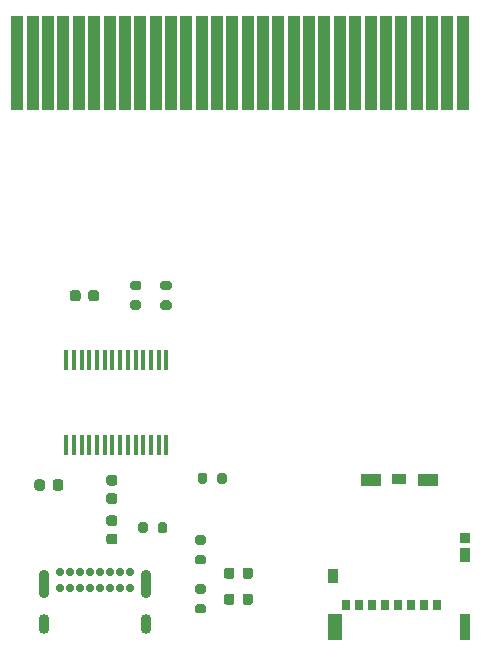
<source format=gbr>
%TF.GenerationSoftware,KiCad,Pcbnew,(5.1.7)-1*%
%TF.CreationDate,2021-01-12T02:59:51-08:00*%
%TF.ProjectId,froggy,66726f67-6779-42e6-9b69-6361645f7063,rev?*%
%TF.SameCoordinates,Original*%
%TF.FileFunction,Soldermask,Top*%
%TF.FilePolarity,Negative*%
%FSLAX46Y46*%
G04 Gerber Fmt 4.6, Leading zero omitted, Abs format (unit mm)*
G04 Created by KiCad (PCBNEW (5.1.7)-1) date 2021-01-12 02:59:51*
%MOMM*%
%LPD*%
G01*
G04 APERTURE LIST*
%ADD10R,0.900000X0.900000*%
%ADD11R,0.950000X1.200000*%
%ADD12R,1.200000X0.880000*%
%ADD13R,1.700000X1.030000*%
%ADD14R,0.880000X1.250000*%
%ADD15R,1.190000X2.300000*%
%ADD16R,0.950000X2.170000*%
%ADD17R,0.700000X0.950000*%
%ADD18R,1.000000X8.000000*%
%ADD19C,0.700000*%
%ADD20O,0.900000X2.400000*%
%ADD21O,0.900000X1.700000*%
%ADD22R,0.450000X1.750000*%
G04 APERTURE END LIST*
D10*
%TO.C,J2*%
X197822000Y-79452000D03*
D11*
X197822000Y-80862000D03*
D12*
X192247000Y-74462000D03*
D13*
X194647000Y-74537000D03*
X189847000Y-74537000D03*
D14*
X186637000Y-82647000D03*
D15*
X186802000Y-86922000D03*
D16*
X197822000Y-86987000D03*
D17*
X187747000Y-85087000D03*
X188847000Y-85087000D03*
X189947000Y-85087000D03*
X191047000Y-85087000D03*
X192147000Y-85087000D03*
X193247000Y-85087000D03*
X194347000Y-85087000D03*
X195447000Y-85087000D03*
%TD*%
D18*
%TO.C,U2*%
X197600000Y-39200000D03*
X196300000Y-39200000D03*
X195000000Y-39200000D03*
X193700000Y-39200000D03*
X192400000Y-39200000D03*
X191100000Y-39200000D03*
X189800000Y-39200000D03*
X188500000Y-39200000D03*
X187200000Y-39200000D03*
X185900000Y-39200000D03*
X184600000Y-39200000D03*
X183300000Y-39200000D03*
X182000000Y-39200000D03*
X180700000Y-39200000D03*
X179400000Y-39200000D03*
X178100000Y-39200000D03*
X176800000Y-39200000D03*
X175500000Y-39200000D03*
X174200000Y-39200000D03*
X172900000Y-39200000D03*
X171600000Y-39200000D03*
X170300000Y-39200000D03*
X169000000Y-39200000D03*
X167700000Y-39200000D03*
X166400000Y-39200000D03*
X165100000Y-39200000D03*
X163800000Y-39200000D03*
X162500000Y-39200000D03*
X161200000Y-39200000D03*
X159900000Y-39200000D03*
%TD*%
%TO.C,R1*%
G36*
G01*
X170950000Y-78275000D02*
X170950000Y-78825000D01*
G75*
G02*
X170750000Y-79025000I-200000J0D01*
G01*
X170350000Y-79025000D01*
G75*
G02*
X170150000Y-78825000I0J200000D01*
G01*
X170150000Y-78275000D01*
G75*
G02*
X170350000Y-78075000I200000J0D01*
G01*
X170750000Y-78075000D01*
G75*
G02*
X170950000Y-78275000I0J-200000D01*
G01*
G37*
G36*
G01*
X172600000Y-78275000D02*
X172600000Y-78825000D01*
G75*
G02*
X172400000Y-79025000I-200000J0D01*
G01*
X172000000Y-79025000D01*
G75*
G02*
X171800000Y-78825000I0J200000D01*
G01*
X171800000Y-78275000D01*
G75*
G02*
X172000000Y-78075000I200000J0D01*
G01*
X172400000Y-78075000D01*
G75*
G02*
X172600000Y-78275000I0J-200000D01*
G01*
G37*
%TD*%
%TO.C,C1*%
G36*
G01*
X167650000Y-79050000D02*
X168150000Y-79050000D01*
G75*
G02*
X168375000Y-79275000I0J-225000D01*
G01*
X168375000Y-79725000D01*
G75*
G02*
X168150000Y-79950000I-225000J0D01*
G01*
X167650000Y-79950000D01*
G75*
G02*
X167425000Y-79725000I0J225000D01*
G01*
X167425000Y-79275000D01*
G75*
G02*
X167650000Y-79050000I225000J0D01*
G01*
G37*
G36*
G01*
X167650000Y-77500000D02*
X168150000Y-77500000D01*
G75*
G02*
X168375000Y-77725000I0J-225000D01*
G01*
X168375000Y-78175000D01*
G75*
G02*
X168150000Y-78400000I-225000J0D01*
G01*
X167650000Y-78400000D01*
G75*
G02*
X167425000Y-78175000I0J225000D01*
G01*
X167425000Y-77725000D01*
G75*
G02*
X167650000Y-77500000I225000J0D01*
G01*
G37*
%TD*%
%TO.C,C2*%
G36*
G01*
X164350000Y-59150000D02*
X164350000Y-58650000D01*
G75*
G02*
X164575000Y-58425000I225000J0D01*
G01*
X165025000Y-58425000D01*
G75*
G02*
X165250000Y-58650000I0J-225000D01*
G01*
X165250000Y-59150000D01*
G75*
G02*
X165025000Y-59375000I-225000J0D01*
G01*
X164575000Y-59375000D01*
G75*
G02*
X164350000Y-59150000I0J225000D01*
G01*
G37*
G36*
G01*
X165900000Y-59150000D02*
X165900000Y-58650000D01*
G75*
G02*
X166125000Y-58425000I225000J0D01*
G01*
X166575000Y-58425000D01*
G75*
G02*
X166800000Y-58650000I0J-225000D01*
G01*
X166800000Y-59150000D01*
G75*
G02*
X166575000Y-59375000I-225000J0D01*
G01*
X166125000Y-59375000D01*
G75*
G02*
X165900000Y-59150000I0J225000D01*
G01*
G37*
%TD*%
%TO.C,C3*%
G36*
G01*
X167650000Y-74075000D02*
X168150000Y-74075000D01*
G75*
G02*
X168375000Y-74300000I0J-225000D01*
G01*
X168375000Y-74750000D01*
G75*
G02*
X168150000Y-74975000I-225000J0D01*
G01*
X167650000Y-74975000D01*
G75*
G02*
X167425000Y-74750000I0J225000D01*
G01*
X167425000Y-74300000D01*
G75*
G02*
X167650000Y-74075000I225000J0D01*
G01*
G37*
G36*
G01*
X167650000Y-75625000D02*
X168150000Y-75625000D01*
G75*
G02*
X168375000Y-75850000I0J-225000D01*
G01*
X168375000Y-76300000D01*
G75*
G02*
X168150000Y-76525000I-225000J0D01*
G01*
X167650000Y-76525000D01*
G75*
G02*
X167425000Y-76300000I0J225000D01*
G01*
X167425000Y-75850000D01*
G75*
G02*
X167650000Y-75625000I225000J0D01*
G01*
G37*
%TD*%
%TO.C,C4*%
G36*
G01*
X162890080Y-75185080D02*
X162890080Y-74685080D01*
G75*
G02*
X163115080Y-74460080I225000J0D01*
G01*
X163565080Y-74460080D01*
G75*
G02*
X163790080Y-74685080I0J-225000D01*
G01*
X163790080Y-75185080D01*
G75*
G02*
X163565080Y-75410080I-225000J0D01*
G01*
X163115080Y-75410080D01*
G75*
G02*
X162890080Y-75185080I0J225000D01*
G01*
G37*
G36*
G01*
X161340080Y-75185080D02*
X161340080Y-74685080D01*
G75*
G02*
X161565080Y-74460080I225000J0D01*
G01*
X162015080Y-74460080D01*
G75*
G02*
X162240080Y-74685080I0J-225000D01*
G01*
X162240080Y-75185080D01*
G75*
G02*
X162015080Y-75410080I-225000J0D01*
G01*
X161565080Y-75410080D01*
G75*
G02*
X161340080Y-75185080I0J225000D01*
G01*
G37*
%TD*%
%TO.C,D1*%
G36*
G01*
X178962500Y-84856250D02*
X178962500Y-84343750D01*
G75*
G02*
X179181250Y-84125000I218750J0D01*
G01*
X179618750Y-84125000D01*
G75*
G02*
X179837500Y-84343750I0J-218750D01*
G01*
X179837500Y-84856250D01*
G75*
G02*
X179618750Y-85075000I-218750J0D01*
G01*
X179181250Y-85075000D01*
G75*
G02*
X178962500Y-84856250I0J218750D01*
G01*
G37*
G36*
G01*
X177387500Y-84856250D02*
X177387500Y-84343750D01*
G75*
G02*
X177606250Y-84125000I218750J0D01*
G01*
X178043750Y-84125000D01*
G75*
G02*
X178262500Y-84343750I0J-218750D01*
G01*
X178262500Y-84856250D01*
G75*
G02*
X178043750Y-85075000I-218750J0D01*
G01*
X177606250Y-85075000D01*
G75*
G02*
X177387500Y-84856250I0J218750D01*
G01*
G37*
%TD*%
%TO.C,D2*%
G36*
G01*
X179837500Y-82143750D02*
X179837500Y-82656250D01*
G75*
G02*
X179618750Y-82875000I-218750J0D01*
G01*
X179181250Y-82875000D01*
G75*
G02*
X178962500Y-82656250I0J218750D01*
G01*
X178962500Y-82143750D01*
G75*
G02*
X179181250Y-81925000I218750J0D01*
G01*
X179618750Y-81925000D01*
G75*
G02*
X179837500Y-82143750I0J-218750D01*
G01*
G37*
G36*
G01*
X178262500Y-82143750D02*
X178262500Y-82656250D01*
G75*
G02*
X178043750Y-82875000I-218750J0D01*
G01*
X177606250Y-82875000D01*
G75*
G02*
X177387500Y-82656250I0J218750D01*
G01*
X177387500Y-82143750D01*
G75*
G02*
X177606250Y-81925000I218750J0D01*
G01*
X178043750Y-81925000D01*
G75*
G02*
X178262500Y-82143750I0J-218750D01*
G01*
G37*
%TD*%
D19*
%TO.C,J1*%
X163500000Y-82296000D03*
X164350000Y-82296000D03*
X165200000Y-82296000D03*
X166050000Y-82296000D03*
X166900000Y-82296000D03*
X167750000Y-82296000D03*
X168600000Y-82296000D03*
X169450000Y-82296000D03*
X164350000Y-83646000D03*
X166050000Y-83646000D03*
X165200000Y-83646000D03*
X163500000Y-83646000D03*
X167750000Y-83646000D03*
X168600000Y-83646000D03*
X169450000Y-83646000D03*
X166900000Y-83646000D03*
D20*
X162150000Y-83276000D03*
X170800000Y-83276000D03*
D21*
X162150000Y-86656000D03*
X170800000Y-86656000D03*
%TD*%
%TO.C,R2*%
G36*
G01*
X177625000Y-74075000D02*
X177625000Y-74625000D01*
G75*
G02*
X177425000Y-74825000I-200000J0D01*
G01*
X177025000Y-74825000D01*
G75*
G02*
X176825000Y-74625000I0J200000D01*
G01*
X176825000Y-74075000D01*
G75*
G02*
X177025000Y-73875000I200000J0D01*
G01*
X177425000Y-73875000D01*
G75*
G02*
X177625000Y-74075000I0J-200000D01*
G01*
G37*
G36*
G01*
X175975000Y-74075000D02*
X175975000Y-74625000D01*
G75*
G02*
X175775000Y-74825000I-200000J0D01*
G01*
X175375000Y-74825000D01*
G75*
G02*
X175175000Y-74625000I0J200000D01*
G01*
X175175000Y-74075000D01*
G75*
G02*
X175375000Y-73875000I200000J0D01*
G01*
X175775000Y-73875000D01*
G75*
G02*
X175975000Y-74075000I0J-200000D01*
G01*
G37*
%TD*%
%TO.C,R3*%
G36*
G01*
X172206240Y-57647620D02*
X172756240Y-57647620D01*
G75*
G02*
X172956240Y-57847620I0J-200000D01*
G01*
X172956240Y-58247620D01*
G75*
G02*
X172756240Y-58447620I-200000J0D01*
G01*
X172206240Y-58447620D01*
G75*
G02*
X172006240Y-58247620I0J200000D01*
G01*
X172006240Y-57847620D01*
G75*
G02*
X172206240Y-57647620I200000J0D01*
G01*
G37*
G36*
G01*
X172206240Y-59297620D02*
X172756240Y-59297620D01*
G75*
G02*
X172956240Y-59497620I0J-200000D01*
G01*
X172956240Y-59897620D01*
G75*
G02*
X172756240Y-60097620I-200000J0D01*
G01*
X172206240Y-60097620D01*
G75*
G02*
X172006240Y-59897620I0J200000D01*
G01*
X172006240Y-59497620D01*
G75*
G02*
X172206240Y-59297620I200000J0D01*
G01*
G37*
%TD*%
%TO.C,R4*%
G36*
G01*
X170188300Y-58426800D02*
X169638300Y-58426800D01*
G75*
G02*
X169438300Y-58226800I0J200000D01*
G01*
X169438300Y-57826800D01*
G75*
G02*
X169638300Y-57626800I200000J0D01*
G01*
X170188300Y-57626800D01*
G75*
G02*
X170388300Y-57826800I0J-200000D01*
G01*
X170388300Y-58226800D01*
G75*
G02*
X170188300Y-58426800I-200000J0D01*
G01*
G37*
G36*
G01*
X170188300Y-60076800D02*
X169638300Y-60076800D01*
G75*
G02*
X169438300Y-59876800I0J200000D01*
G01*
X169438300Y-59476800D01*
G75*
G02*
X169638300Y-59276800I200000J0D01*
G01*
X170188300Y-59276800D01*
G75*
G02*
X170388300Y-59476800I0J-200000D01*
G01*
X170388300Y-59876800D01*
G75*
G02*
X170188300Y-60076800I-200000J0D01*
G01*
G37*
%TD*%
D22*
%TO.C,U1*%
X172500000Y-64345000D03*
X171850000Y-64345000D03*
X171200000Y-64345000D03*
X170550000Y-64345000D03*
X169900000Y-64345000D03*
X169250000Y-64345000D03*
X168600000Y-64345000D03*
X167950000Y-64345000D03*
X167300000Y-64345000D03*
X166650000Y-64345000D03*
X166000000Y-64345000D03*
X165350000Y-64345000D03*
X164700000Y-64345000D03*
X164050000Y-64345000D03*
X164050000Y-71545000D03*
X164700000Y-71545000D03*
X165350000Y-71545000D03*
X166000000Y-71545000D03*
X166650000Y-71545000D03*
X167300000Y-71545000D03*
X167950000Y-71545000D03*
X168600000Y-71545000D03*
X169250000Y-71545000D03*
X169900000Y-71545000D03*
X170550000Y-71545000D03*
X171200000Y-71545000D03*
X171850000Y-71545000D03*
X172500000Y-71545000D03*
%TD*%
%TO.C,R5*%
G36*
G01*
X175675000Y-85800000D02*
X175125000Y-85800000D01*
G75*
G02*
X174925000Y-85600000I0J200000D01*
G01*
X174925000Y-85200000D01*
G75*
G02*
X175125000Y-85000000I200000J0D01*
G01*
X175675000Y-85000000D01*
G75*
G02*
X175875000Y-85200000I0J-200000D01*
G01*
X175875000Y-85600000D01*
G75*
G02*
X175675000Y-85800000I-200000J0D01*
G01*
G37*
G36*
G01*
X175675000Y-84150000D02*
X175125000Y-84150000D01*
G75*
G02*
X174925000Y-83950000I0J200000D01*
G01*
X174925000Y-83550000D01*
G75*
G02*
X175125000Y-83350000I200000J0D01*
G01*
X175675000Y-83350000D01*
G75*
G02*
X175875000Y-83550000I0J-200000D01*
G01*
X175875000Y-83950000D01*
G75*
G02*
X175675000Y-84150000I-200000J0D01*
G01*
G37*
%TD*%
%TO.C,R6*%
G36*
G01*
X175675000Y-80000000D02*
X175125000Y-80000000D01*
G75*
G02*
X174925000Y-79800000I0J200000D01*
G01*
X174925000Y-79400000D01*
G75*
G02*
X175125000Y-79200000I200000J0D01*
G01*
X175675000Y-79200000D01*
G75*
G02*
X175875000Y-79400000I0J-200000D01*
G01*
X175875000Y-79800000D01*
G75*
G02*
X175675000Y-80000000I-200000J0D01*
G01*
G37*
G36*
G01*
X175675000Y-81650000D02*
X175125000Y-81650000D01*
G75*
G02*
X174925000Y-81450000I0J200000D01*
G01*
X174925000Y-81050000D01*
G75*
G02*
X175125000Y-80850000I200000J0D01*
G01*
X175675000Y-80850000D01*
G75*
G02*
X175875000Y-81050000I0J-200000D01*
G01*
X175875000Y-81450000D01*
G75*
G02*
X175675000Y-81650000I-200000J0D01*
G01*
G37*
%TD*%
M02*

</source>
